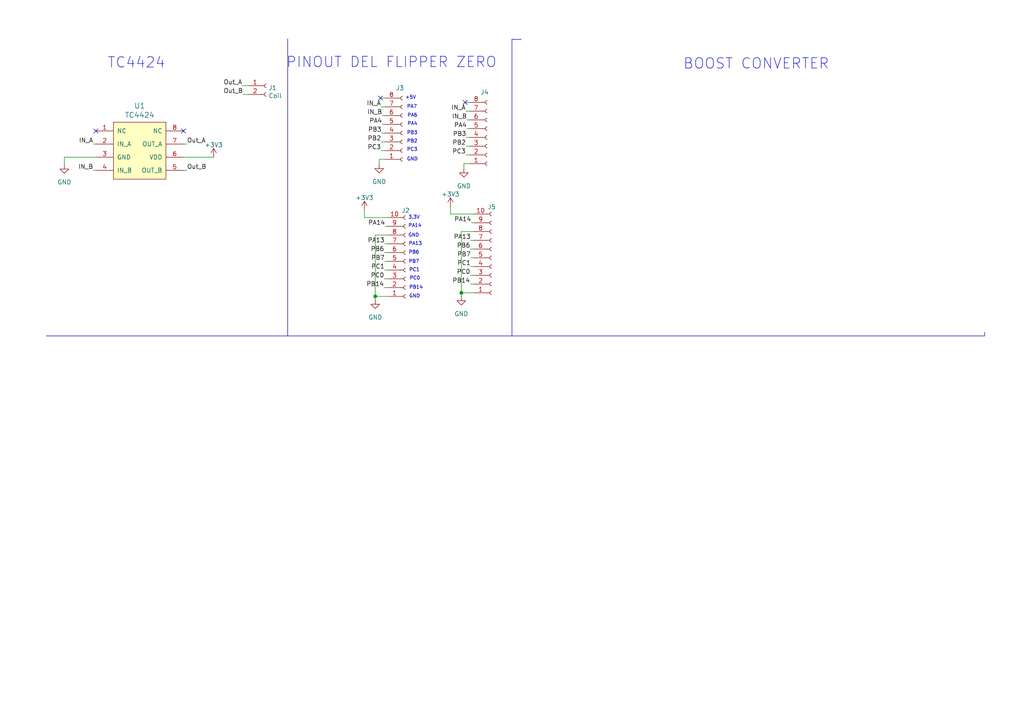
<source format=kicad_sch>
(kicad_sch (version 20230121) (generator eeschema)
  (paper "A4")
  (lib_symbols
    (symbol "Connector:Conn_01x02_Female" (pin_names (offset 1.016) hide)
      (property "Reference" "J" (at 0 2.54 0))
      (property "Value" "Conn_01x02_Female" (at 0 -5.08 0))
      (symbol "Conn_01x02_Female_1_1"
        (arc (start 0 -2.032) (mid -0.5058 -2.54) (end 0 -3.048) (stroke (width 0.1524)))
        (polyline (pts (xy -1.27 -2.54) (xy -0.508 -2.54)) (stroke (width 0.1524)))
        (polyline (pts (xy -1.27 0) (xy -0.508 0)) (stroke (width 0.1524)))
        (arc (start 0 0.508) (mid -0.5058 0) (end 0 -0.508) (stroke (width 0.1524)))
        (pin passive line (at -5.08 0 0) (length 3.81) (name "Pin_1") (number "1"))
        (pin passive line (at -5.08 -2.54 0) (length 3.81) (name "Pin_2") (number "2"))
      )
    )
    (symbol "Connector:Conn_01x08_Socket" (pin_names (offset 1.016) hide)
      (property "Reference" "J2" (at -1.905 10.541 0))
      (symbol "Conn_01x08_Socket_1_1"
        (arc (start 0 -9.652) (mid -0.5058 -10.16) (end 0 -10.668) (stroke (width 0.1524)))
        (arc (start 0 -7.112) (mid -0.5058 -7.62) (end 0 -8.128) (stroke (width 0.1524)))
        (arc (start 0 -4.572) (mid -0.5058 -5.08) (end 0 -5.588) (stroke (width 0.1524)))
        (arc (start 0 -2.032) (mid -0.5058 -2.54) (end 0 -3.048) (stroke (width 0.1524)))
        (polyline (pts (xy -1.27 -10.16) (xy -0.508 -10.16)) (stroke (width 0.1524)))
        (polyline (pts (xy -1.27 -7.62) (xy -0.508 -7.62)) (stroke (width 0.1524)))
        (polyline (pts (xy -1.27 -5.08) (xy -0.508 -5.08)) (stroke (width 0.1524)))
        (polyline (pts (xy -1.27 -2.54) (xy -0.508 -2.54)) (stroke (width 0.1524)))
        (polyline (pts (xy -1.27 0) (xy -0.508 0)) (stroke (width 0.1524)))
        (polyline (pts (xy -1.27 2.54) (xy -0.508 2.54)) (stroke (width 0.1524)))
        (polyline (pts (xy -1.27 5.08) (xy -0.508 5.08)) (stroke (width 0.1524)))
        (polyline (pts (xy -1.27 7.62) (xy -0.508 7.62)) (stroke (width 0.1524)))
        (arc (start 0 0.508) (mid -0.5058 0) (end 0 -0.508) (stroke (width 0.1524)))
        (arc (start 0 3.048) (mid -0.5058 2.54) (end 0 2.032) (stroke (width 0.1524)))
        (arc (start 0 5.588) (mid -0.5058 5.08) (end 0 4.572) (stroke (width 0.1524)))
        (arc (start 0 8.128) (mid -0.5058 7.62) (end 0 7.112) (stroke (width 0.1524)))
        (pin passive line (at -5.08 -10.16 0) (length 3.81) (name "Pin_8") (number "1"))
        (pin passive line (at -5.08 -7.62 0) (length 3.81) (name "Pin_7") (number "2"))
        (pin passive line (at -5.08 -5.08 0) (length 3.81) (name "Pin_6") (number "3"))
        (pin passive line (at -5.08 -2.54 0) (length 3.81) (name "Pin_5") (number "4"))
        (pin passive line (at -5.08 0 0) (length 3.81) (name "Pin_4") (number "5"))
        (pin passive line (at -5.08 2.54 0) (length 3.81) (name "Pin_3") (number "6"))
        (pin passive line (at -5.08 5.08 0) (length 3.81) (name "Pin_2") (number "7"))
        (pin passive line (at -5.08 7.62 0) (length 3.81) (name "Pin_1") (number "8"))
      )
    )
    (symbol "Connector:Conn_01x10_Socket" (pin_names (offset 1.016) hide)
      (property "Reference" "J3" (at -1.143 12.192 0))
      (symbol "Conn_01x10_Socket_1_1"
        (arc (start 0 -12.192) (mid -0.5058 -12.7) (end 0 -13.208) (stroke (width 0.1524)))
        (arc (start 0 -9.652) (mid -0.5058 -10.16) (end 0 -10.668) (stroke (width 0.1524)))
        (arc (start 0 -7.112) (mid -0.5058 -7.62) (end 0 -8.128) (stroke (width 0.1524)))
        (arc (start 0 -4.572) (mid -0.5058 -5.08) (end 0 -5.588) (stroke (width 0.1524)))
        (arc (start 0 -2.032) (mid -0.5058 -2.54) (end 0 -3.048) (stroke (width 0.1524)))
        (polyline (pts (xy -1.27 -12.7) (xy -0.508 -12.7)) (stroke (width 0.1524)))
        (polyline (pts (xy -1.27 -10.16) (xy -0.508 -10.16)) (stroke (width 0.1524)))
        (polyline (pts (xy -1.27 -7.62) (xy -0.508 -7.62)) (stroke (width 0.1524)))
        (polyline (pts (xy -1.27 -5.08) (xy -0.508 -5.08)) (stroke (width 0.1524)))
        (polyline (pts (xy -1.27 -2.54) (xy -0.508 -2.54)) (stroke (width 0.1524)))
        (polyline (pts (xy -1.27 0) (xy -0.508 0)) (stroke (width 0.1524)))
        (polyline (pts (xy -1.27 2.54) (xy -0.508 2.54)) (stroke (width 0.1524)))
        (polyline (pts (xy -1.27 5.08) (xy -0.508 5.08)) (stroke (width 0.1524)))
        (polyline (pts (xy -1.27 7.62) (xy -0.508 7.62)) (stroke (width 0.1524)))
        (polyline (pts (xy -1.27 10.16) (xy -0.508 10.16)) (stroke (width 0.1524)))
        (arc (start 0 0.508) (mid -0.5058 0) (end 0 -0.508) (stroke (width 0.1524)))
        (arc (start 0 3.048) (mid -0.5058 2.54) (end 0 2.032) (stroke (width 0.1524)))
        (arc (start 0 5.588) (mid -0.5058 5.08) (end 0 4.572) (stroke (width 0.1524)))
        (arc (start 0 8.128) (mid -0.5058 7.62) (end 0 7.112) (stroke (width 0.1524)))
        (arc (start 0 10.668) (mid -0.5058 10.16) (end 0 9.652) (stroke (width 0.1524)))
        (pin passive line (at -5.08 -12.7 0) (length 3.81) (name "Pin_10") (number "1"))
        (pin passive line (at -5.08 10.16 0) (length 3.81) (name "Pin_1") (number "10"))
        (pin passive line (at -5.08 -10.16 0) (length 3.81) (name "Pin_9") (number "2"))
        (pin passive line (at -5.08 -7.62 0) (length 3.81) (name "Pin_8") (number "3"))
        (pin passive line (at -5.08 -5.08 0) (length 3.81) (name "Pin_7") (number "4"))
        (pin passive line (at -5.08 -2.54 0) (length 3.81) (name "Pin_6") (number "5"))
        (pin passive line (at -5.08 0 0) (length 3.81) (name "Pin_5") (number "6"))
        (pin passive line (at -5.08 2.54 0) (length 3.81) (name "Pin_4") (number "7"))
        (pin passive line (at -5.08 5.08 0) (length 3.81) (name "Pin_3") (number "8"))
        (pin passive line (at -5.08 7.62 0) (length 3.81) (name "Pin_2") (number "9"))
      )
    )
    (symbol "Magspoof_V3-rescue:TC4424-electroniccats" (pin_names (offset 1.016))
      (property "Reference" "U" (at -7.62 10.16 0))
      (property "Value" "TC4424-electroniccats" (at 3.81 10.16 0))
      (symbol "TC4424-electroniccats_0_1"
        (rectangle (start -7.62 8.89) (end 7.62 -7.62) (fill (type background)))
      )
      (symbol "TC4424-electroniccats_1_1"
        (pin input line (at -12.7 6.35 0) (length 5.08) (name "NC") (number "1"))
        (pin input line (at -12.7 2.54 0) (length 5.08) (name "IN_A") (number "2"))
        (pin input line (at -12.7 -1.27 0) (length 5.08) (name "GND") (number "3"))
        (pin input line (at -12.7 -5.08 0) (length 5.08) (name "IN_B") (number "4"))
        (pin input line (at 12.7 -5.08 180) (length 5.08) (name "OUT_B") (number "5"))
        (pin input line (at 12.7 -1.27 180) (length 5.08) (name "VDD") (number "6"))
        (pin input line (at 12.7 2.54 180) (length 5.08) (name "OUT_A") (number "7"))
        (pin input line (at 12.7 6.35 180) (length 5.08) (name "NC") (number "8"))
      )
    )
    (symbol "power:+3V3" (power) (pin_names (offset 0))
      (property "Value" "+3V3" (at 0 3.556 0))
      (symbol "+3V3_0_1"
        (polyline (pts (xy -0.762 1.27) (xy 0 2.54)))
        (polyline (pts (xy 0 0) (xy 0 2.54)))
        (polyline (pts (xy 0 2.54) (xy 0.762 1.27)))
      )
      (symbol "+3V3_1_1"
        (pin power_in line (at 0 0 90) (length 0) hide (name "+3V3") (number "1"))
      )
    )
    (symbol "power:GND" (power) (pin_names (offset 0))
      (property "Value" "GND" (at 0 -3.81 0))
      (symbol "GND_0_1"
        (polyline (pts (xy 0 0) (xy 0 -1.27) (xy 1.27 -1.27) (xy 0 -2.54) (xy -1.27 -1.27) (xy 0 -1.27)))
      )
      (symbol "GND_1_1"
        (pin power_in line (at 0 0 270) (length 0) hide (name "GND") (number "1"))
      )
    )
  )
  (junction (at 108.839 85.9536))
  (junction (at 133.8072 84.9376))
  (no_connect (at 53.213 37.973))
  (no_connect (at 110.363 28.448))
  (no_connect (at 134.9248 29.6926))
  (no_connect (at 27.813 37.973))
  (wire (pts (xy 136.5504 74.7776) (xy 137.4902 74.7776)))
  (polyline (pts (xy 13.4112 97.4344) (xy 285.5722 97.4344)))
  (wire (pts (xy 136.5504 77.3176) (xy 137.4902 77.3176)))
  (wire (pts (xy 130.6576 62.0776) (xy 137.4902 62.0776)))
  (wire (pts (xy 70.2818 24.8666) (xy 72.0852 24.8666)))
  (wire (pts (xy 135.4328 34.7726) (xy 136.1948 34.7726)))
  (wire (pts (xy 70.4596 27.4066) (xy 72.0852 27.4066)))
  (wire (pts (xy 111.4552 73.2536) (xy 112.522 73.2536)))
  (wire (pts (xy 135.0772 32.2326) (xy 136.1948 32.2326)))
  (wire (pts (xy 130.6576 59.8932) (xy 130.6576 62.0776)))
  (wire (pts (xy 136.3726 82.3976) (xy 137.4902 82.3976)))
  (wire (pts (xy 133.8072 84.9376) (xy 137.4902 84.9376)))
  (wire (pts (xy 109.982 46.228) (xy 111.633 46.228)))
  (wire (pts (xy 134.9248 29.6926) (xy 136.1948 29.6926)))
  (wire (pts (xy 105.6894 60.9092) (xy 105.6894 63.0936)))
  (wire (pts (xy 136.7028 64.6176) (xy 137.4902 64.6176)))
  (wire (pts (xy 110.871 33.528) (xy 111.633 33.528)))
  (wire (pts (xy 110.5154 30.988) (xy 111.633 30.988)))
  (wire (pts (xy 136.5504 69.6976) (xy 137.4902 69.6976)))
  (wire (pts (xy 108.839 86.9696) (xy 108.839 85.9536)))
  (wire (pts (xy 110.5662 41.148) (xy 111.633 41.148)))
  (polyline (pts (xy 83.439 97.409) (xy 83.4644 97.409)))
  (wire (pts (xy 111.5822 75.7936) (xy 112.522 75.7936)))
  (wire (pts (xy 61.976 45.593) (xy 53.213 45.593)))
  (polyline (pts (xy 285.5722 96.3422) (xy 285.5722 97.4344)))
  (wire (pts (xy 135.4328 37.3126) (xy 136.1948 37.3126)))
  (wire (pts (xy 111.4044 83.4136) (xy 112.522 83.4136)))
  (wire (pts (xy 110.5154 43.688) (xy 111.633 43.688)))
  (wire (pts (xy 133.8072 85.9536) (xy 133.8072 84.9376)))
  (wire (pts (xy 54.229 41.783) (xy 53.213 41.783)))
  (wire (pts (xy 135.2804 39.8526) (xy 136.1948 39.8526)))
  (wire (pts (xy 110.6932 38.608) (xy 111.633 38.608)))
  (wire (pts (xy 54.229 49.403) (xy 53.213 49.403)))
  (polyline (pts (xy 151.1808 11.4046) (xy 148.4884 11.4046)))
  (wire (pts (xy 135.1026 44.9326) (xy 136.1948 44.9326)))
  (wire (pts (xy 109.982 47.625) (xy 109.982 46.228)))
  (wire (pts (xy 136.4234 72.2376) (xy 137.4902 72.2376)))
  (wire (pts (xy 105.6894 63.0936) (xy 112.522 63.0936)))
  (wire (pts (xy 108.839 68.1736) (xy 108.839 85.9536)))
  (wire (pts (xy 27.813 49.403) (xy 27.051 49.403)))
  (wire (pts (xy 134.5438 48.8696) (xy 134.5438 47.4726)))
  (polyline (pts (xy 83.439 11.303) (xy 83.439 97.409)))
  (wire (pts (xy 111.7346 65.6336) (xy 112.522 65.6336)))
  (polyline (pts (xy 148.4884 11.4046) (xy 148.4884 97.409)))
  (wire (pts (xy 110.363 28.448) (xy 111.633 28.448)))
  (wire (pts (xy 112.522 68.1736) (xy 108.839 68.1736)))
  (wire (pts (xy 133.8072 67.1576) (xy 133.8072 84.9376)))
  (wire (pts (xy 134.5438 47.4726) (xy 136.1948 47.4726)))
  (wire (pts (xy 18.669 45.593) (xy 27.813 45.593)))
  (wire (pts (xy 137.4902 67.1576) (xy 133.8072 67.1576)))
  (wire (pts (xy 111.5822 78.3336) (xy 112.522 78.3336)))
  (wire (pts (xy 111.5822 70.7136) (xy 112.522 70.7136)))
  (wire (pts (xy 27.051 41.783) (xy 27.813 41.783)))
  (wire (pts (xy 108.839 85.9536) (xy 112.522 85.9536)))
  (wire (pts (xy 110.8456 36.068) (xy 111.633 36.068)))
  (wire (pts (xy 111.4552 80.8736) (xy 112.522 80.8736)))
  (wire (pts (xy 136.4234 79.8576) (xy 137.4902 79.8576)))
  (wire (pts (xy 18.669 47.752) (xy 18.669 45.593)))
  (wire (pts (xy 135.1534 42.3926) (xy 136.1948 42.3926)))
  (text "PC3" (at 117.983 44.069 0) (effects (font (size 1 1)) (justify left bottom)))
  (text "3.3V" (at 118.364 63.7286 0) (effects (font (size 1 1)) (justify left bottom)))
  (text "PB3" (at 117.983 39.243 0) (effects (font (size 1 1)) (justify left bottom)))
  (text "PC1" (at 118.618 78.9686 0) (effects (font (size 1 1)) (justify left bottom)))
  (text "PB2" (at 117.983 41.656 0) (effects (font (size 1 1)) (justify left bottom)))
  (text "PB7" (at 118.491 76.5556 0) (effects (font (size 1 1)) (justify left bottom)))
  (text "PA4" (at 118.11 36.576 0) (effects (font (size 1 1)) (justify left bottom)))
  (text "GND" (at 118.618 86.5886 0) (effects (font (size 1 1)) (justify left bottom)))
  (text "GND" (at 117.983 46.863 0) (effects (font (size 1 1)) (justify left bottom)))
  (text "PB6" (at 118.491 73.8886 0) (effects (font (size 1 1)) (justify left bottom)))
  (text "PA6" (at 118.11 34.163 0) (effects (font (size 1 1)) (justify left bottom)))
  (text "+5V" (at 117.475 28.956 0) (effects (font (size 1 1)) (justify left bottom)))
  (text "BOOST CONVERTER \n\n" (at 198.0946 25.1968 0) (effects (font (size 3 3)) (justify left bottom)))
  (text "PA7" (at 117.983 31.623 0) (effects (font (size 1 1)) (justify left bottom)))
  (text "PINOUT DEL FLIPPER ZERO" (at 82.931 19.939 0) (effects (font (size 3 3)) (justify left bottom)))
  (text "TC4424" (at 31.115 20.066 0) (effects (font (size 2.9972 2.9972)) (justify left bottom)))
  (text "GND" (at 118.364 68.9356 0) (effects (font (size 1 1)) (justify left bottom)))
  (text "PA14\n" (at 118.364 66.1416 0) (effects (font (size 1 1)) (justify left bottom)))
  (text "PA13" (at 118.491 71.3486 0) (effects (font (size 1 1)) (justify left bottom)))
  (text "PB14\n" (at 118.618 84.0486 0) (effects (font (size 1 1)) (justify left bottom)))
  (text "PC0" (at 118.745 81.3816 0) (effects (font (size 1 1)) (justify left bottom)))
  (label "Out_B" (at 70.4596 27.4066 180))
  (label "IN_A" (at 110.5154 30.988 180))
  (label "IN_B" (at 110.871 33.528 180))
  (label "PB3" (at 110.6932 38.608 180))
  (label "IN_A" (at 135.0772 32.2326 180))
  (label "PB3" (at 135.2804 39.8526 180))
  (label "PB2" (at 135.1534 42.3926 180))
  (label "PB6" (at 136.4234 72.2376 180))
  (label "PA4" (at 135.4328 37.3126 180))
  (label "PC3" (at 110.5154 43.688 180))
  (label "IN_B" (at 135.4328 34.7726 180))
  (label "IN_A" (at 27.051 41.783 180))
  (label "PA13" (at 111.5822 70.7136 180))
  (label "PB6" (at 111.4552 73.2536 180))
  (label "PB14" (at 136.3726 82.3976 180))
  (label "PC1" (at 136.5504 77.3176 180))
  (label "Out_A" (at 70.2818 24.8666 180))
  (label "Out_A" (at 54.229 41.783 0))
  (label "PC0" (at 111.4552 80.8736 180))
  (label "IN_B" (at 27.051 49.403 180))
  (label "PA4" (at 110.8456 36.068 180))
  (label "PB7" (at 136.5504 74.7776 180))
  (label "PA13" (at 136.5504 69.6976 180))
  (label "PC3" (at 135.1026 44.9326 180))
  (label "Out_B" (at 54.229 49.403 0))
  (label "PA14" (at 111.7346 65.6336 180))
  (label "PC0" (at 136.4234 79.8576 180))
  (label "PB14" (at 111.4044 83.4136 180))
  (label "PC1" (at 111.5822 78.3336 180))
  (label "PA14" (at 136.7028 64.6176 180))
  (label "PB7" (at 111.5822 75.7936 180))
  (label "PB2" (at 110.5662 41.148 180))
  (symbol (lib_id "power:GND") (at 133.8072 85.9536 0) (unit 1)
    (property "Reference" "#PWR06" (effects hide))
    (property "Value" "GND" (at 133.8072 91.0336 0))
  )
  (symbol (lib_id "power:GND") (at 18.669 47.752 0) (unit 1)
    (property "Reference" "#PWR01" (effects hide))
    (property "Value" "GND" (at 18.669 52.832 0))
  )
  (symbol (lib_id "power:GND") (at 108.839 86.9696 0) (unit 1)
    (property "Reference" "#PWR03" (effects hide))
    (property "Value" "GND" (at 108.839 92.0496 0))
  )
  (symbol (lib_id "Connector:Conn_01x02_Female") (at 77.1652 24.8666 0) (unit 1)
    (property "Reference" "J1" (at 77.8764 25.4762 0) (effects (justify left)))
    (property "Value" "Coil" (at 77.8764 27.7876 0) (effects (justify left)))
    (property "Footprint" "Connector_PinHeader_2.54mm:PinHeader_1x02_P2.54mm_Vertical" (effects hide))
    (property "manf#" "WMRR138F-0" (effects hide))
  )
  (symbol (lib_id "Connector:Conn_01x08_Socket") (at 116.713 36.068 0) (unit 1)
    (property "Reference" "J3" (at 114.808 25.527 0) (effects (justify left)))
    (property "Value" "Conn_01x08_Socket" (effects hide))
    (property "Footprint" "Connector_PinHeader_2.54mm:PinHeader_1x08_P2.54mm_Horizontal" (effects hide))
    (property "manf#" "PZ254-1-08-W-8.5" (effects hide))
    (property "LCSC#" "C2894950" (effects hide))
  )
  (symbol (lib_id "power:+3V3") (at 61.976 45.593 0) (mirror y) (unit 1)
    (property "Reference" "#PWR05" (effects hide))
    (property "Value" "+3V3" (at 61.976 42.037 0))
  )
  (symbol (lib_id "power:+3V3") (at 105.6894 60.9092 0) (mirror y) (unit 1)
    (property "Reference" "#PWR022" (effects hide))
    (property "Value" "+3V3" (at 105.6894 57.3532 0))
  )
  (symbol (lib_id "power:GND") (at 109.982 47.625 0) (unit 1)
    (property "Reference" "#PWR04" (effects hide))
    (property "Value" "GND" (at 109.982 52.705 0))
  )
  (symbol (lib_id "power:+3V3") (at 130.6576 59.8932 0) (mirror y) (unit 1)
    (property "Reference" "#PWR02" (effects hide))
    (property "Value" "+3V3" (at 130.6576 56.3372 0))
  )
  (symbol (lib_id "Connector:Conn_01x08_Socket") (at 141.2748 37.3126 0) (unit 1)
    (property "Reference" "J4" (at 139.3698 26.7716 0) (effects (justify left)))
    (property "Value" "Conn_01x08_Socket" (effects hide))
    (property "Footprint" "Connector_PinHeader_2.54mm:PinHeader_1x08_P2.54mm_Vertical" (effects hide))
    (property "manf#" "PZ254-1-08-W-8.5" (effects hide))
    (property "LCSC#" "C2894950" (effects hide))
  )
  (symbol (lib_id "power:GND") (at 134.5438 48.8696 0) (unit 1)
    (property "Reference" "#PWR07" (effects hide))
    (property "Value" "GND" (at 134.5438 53.9496 0))
  )
  (symbol (lib_id "Connector:Conn_01x10_Socket") (at 142.5702 72.2376 0) (unit 1)
    (property "Reference" "J5" (at 141.4272 60.0456 0) (effects (justify left)))
    (property "Value" "Conn_01x10_Socket" (effects hide))
    (property "Footprint" "Connector_PinHeader_2.54mm:PinHeader_1x10_P2.54mm_Vertical" (effects hide))
    (property "manf#" "PZ254R-11-10P" (effects hide))
    (property "LCSC#" "C492418" (effects hide))
  )
  (symbol (lib_id "Connector:Conn_01x10_Socket") (at 117.602 73.2536 0) (unit 1)
    (property "Reference" "J2" (at 116.459 61.0616 0) (effects (justify left)))
    (property "Value" "Conn_01x10_Socket" (effects hide))
    (property "Footprint" "Connector_PinHeader_2.54mm:PinHeader_1x10_P2.54mm_Horizontal" (effects hide))
    (property "manf#" "PZ254R-11-10P" (effects hide))
    (property "LCSC#" "C492418" (effects hide))
  )
  (symbol (lib_id "Magspoof_V3-rescue:TC4424-electroniccats") (at 40.513 44.323 0) (unit 1)
    (property "Reference" "U1" (at 40.513 30.6832 0) (effects (font (size 1.524 1.524))))
    (property "Value" "TC4424" (at 40.513 33.3756 0) (effects (font (size 1.524 1.524))))
    (property "Footprint" "Package_SO:SOIC-8_3.9x4.9mm_P1.27mm" (effects hide))
    (property "Datasheet" "https://www.mouser.mx/datasheet/2/268/21998b-53545.pdf" (effects hide))
    (property "manf#" "TC4424AVOA713" (effects hide))
    (property "LCSC#" "C44150" (effects hide))
  )
)
</source>
